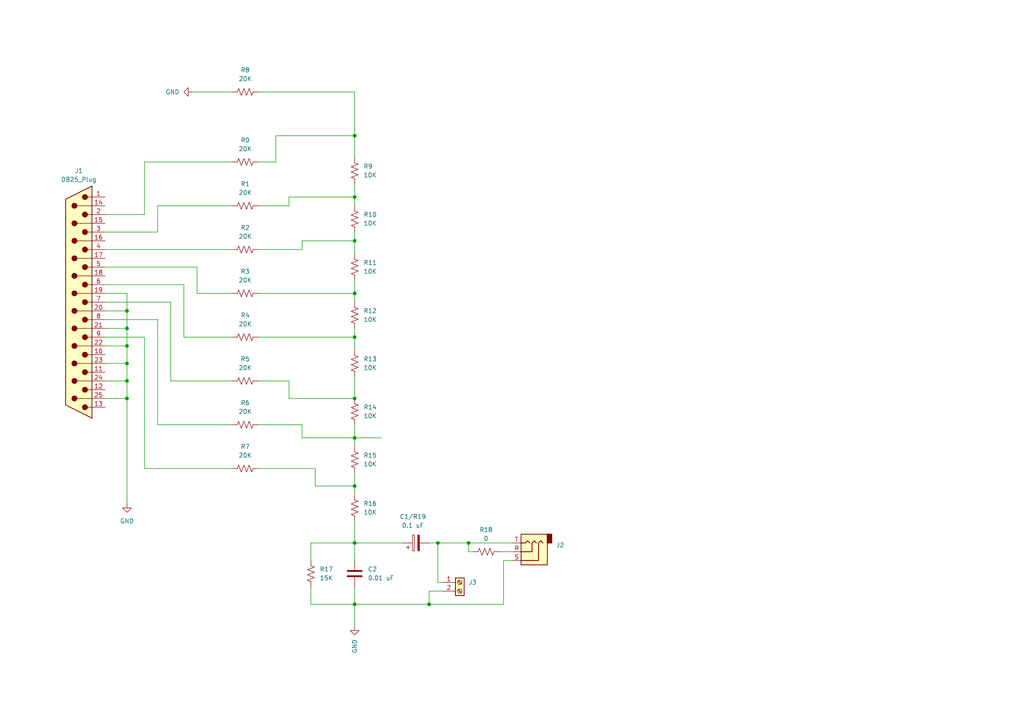
<source format=kicad_sch>
(kicad_sch (version 20230121) (generator eeschema)
  (paper "A4")
  (lib_symbols
    (symbol "Connector:DB25_Plug" (pin_names (offset 1.016) hide)
      (property "Reference" "J" (at 0 34.29 0))
      (property "Value" "DB25_Plug" (at 0 -34.925 0))
      (symbol "DB25_Plug_0_1"
        (circle (center -1.778 -30.48) (radius 0.762) (fill (type outline)))
        (circle (center -1.778 -25.4) (radius 0.762) (fill (type outline)))
        (circle (center -1.778 -20.32) (radius 0.762) (fill (type outline)))
        (circle (center -1.778 -15.24) (radius 0.762) (fill (type outline)))
        (circle (center -1.778 -10.16) (radius 0.762) (fill (type outline)))
        (circle (center -1.778 -5.08) (radius 0.762) (fill (type outline)))
        (circle (center -1.778 0) (radius 0.762) (fill (type outline)))
        (circle (center -1.778 5.08) (radius 0.762) (fill (type outline)))
        (circle (center -1.778 10.16) (radius 0.762) (fill (type outline)))
        (circle (center -1.778 15.24) (radius 0.762) (fill (type outline)))
        (circle (center -1.778 20.32) (radius 0.762) (fill (type outline)))
        (circle (center -1.778 25.4) (radius 0.762) (fill (type outline)))
        (circle (center -1.778 30.48) (radius 0.762) (fill (type outline)))
        (polyline (pts (xy -3.81 -30.48) (xy -2.54 -30.48)))
        (polyline (pts (xy -3.81 -27.94) (xy 0.508 -27.94)))
        (polyline (pts (xy -3.81 -25.4) (xy -2.54 -25.4)))
        (polyline (pts (xy -3.81 -22.86) (xy 0.508 -22.86)))
        (polyline (pts (xy -3.81 -20.32) (xy -2.54 -20.32)))
        (polyline (pts (xy -3.81 -17.78) (xy 0.508 -17.78)))
        (polyline (pts (xy -3.81 -15.24) (xy -2.54 -15.24)))
        (polyline (pts (xy -3.81 -12.7) (xy 0.508 -12.7)))
        (polyline (pts (xy -3.81 -10.16) (xy -2.54 -10.16)))
        (polyline (pts (xy -3.81 -7.62) (xy 0.508 -7.62)))
        (polyline (pts (xy -3.81 -5.08) (xy -2.54 -5.08)))
        (polyline (pts (xy -3.81 -2.54) (xy 0.508 -2.54)))
        (polyline (pts (xy -3.81 0) (xy -2.54 0)))
        (polyline (pts (xy -3.81 2.54) (xy 0.508 2.54)))
        (polyline (pts (xy -3.81 5.08) (xy -2.54 5.08)))
        (polyline (pts (xy -3.81 7.62) (xy 0.508 7.62)))
        (polyline (pts (xy -3.81 10.16) (xy -2.54 10.16)))
        (polyline (pts (xy -3.81 12.7) (xy 0.508 12.7)))
        (polyline (pts (xy -3.81 15.24) (xy -2.54 15.24)))
        (polyline (pts (xy -3.81 17.78) (xy 0.508 17.78)))
        (polyline (pts (xy -3.81 20.32) (xy -2.54 20.32)))
        (polyline (pts (xy -3.81 22.86) (xy 0.508 22.86)))
        (polyline (pts (xy -3.81 25.4) (xy -2.54 25.4)))
        (polyline (pts (xy -3.81 27.94) (xy 0.508 27.94)))
        (polyline (pts (xy -3.81 30.48) (xy -2.54 30.48)))
        (polyline (pts (xy -3.81 -33.655) (xy 3.81 -29.845) (xy 3.81 29.845) (xy -3.81 33.655) (xy -3.81 -33.655)) (stroke (width 0.254)) (fill (type background)))
        (circle (center 1.27 -27.94) (radius 0.762) (fill (type outline)))
        (circle (center 1.27 -22.86) (radius 0.762) (fill (type outline)))
        (circle (center 1.27 -17.78) (radius 0.762) (fill (type outline)))
        (circle (center 1.27 -12.7) (radius 0.762) (fill (type outline)))
        (circle (center 1.27 -7.62) (radius 0.762) (fill (type outline)))
        (circle (center 1.27 -2.54) (radius 0.762) (fill (type outline)))
        (circle (center 1.27 2.54) (radius 0.762) (fill (type outline)))
        (circle (center 1.27 7.62) (radius 0.762) (fill (type outline)))
        (circle (center 1.27 12.7) (radius 0.762) (fill (type outline)))
        (circle (center 1.27 17.78) (radius 0.762) (fill (type outline)))
        (circle (center 1.27 22.86) (radius 0.762) (fill (type outline)))
        (circle (center 1.27 27.94) (radius 0.762) (fill (type outline)))
      )
      (symbol "DB25_Plug_1_1"
        (pin passive line (at -7.62 -30.48 0) (length 3.81) (name "1") (number "1"))
        (pin passive line (at -7.62 15.24 0) (length 3.81) (name "10") (number "10"))
        (pin passive line (at -7.62 20.32 0) (length 3.81) (name "11") (number "11"))
        (pin passive line (at -7.62 25.4 0) (length 3.81) (name "12") (number "12"))
        (pin passive line (at -7.62 30.48 0) (length 3.81) (name "13") (number "13"))
        (pin passive line (at -7.62 -27.94 0) (length 3.81) (name "P14") (number "14"))
        (pin passive line (at -7.62 -22.86 0) (length 3.81) (name "P15") (number "15"))
        (pin passive line (at -7.62 -17.78 0) (length 3.81) (name "P16") (number "16"))
        (pin passive line (at -7.62 -12.7 0) (length 3.81) (name "P17") (number "17"))
        (pin passive line (at -7.62 -7.62 0) (length 3.81) (name "P18") (number "18"))
        (pin passive line (at -7.62 -2.54 0) (length 3.81) (name "P19") (number "19"))
        (pin passive line (at -7.62 -25.4 0) (length 3.81) (name "2") (number "2"))
        (pin passive line (at -7.62 2.54 0) (length 3.81) (name "P20") (number "20"))
        (pin passive line (at -7.62 7.62 0) (length 3.81) (name "P21") (number "21"))
        (pin passive line (at -7.62 12.7 0) (length 3.81) (name "P22") (number "22"))
        (pin passive line (at -7.62 17.78 0) (length 3.81) (name "P23") (number "23"))
        (pin passive line (at -7.62 22.86 0) (length 3.81) (name "P24") (number "24"))
        (pin passive line (at -7.62 27.94 0) (length 3.81) (name "P25") (number "25"))
        (pin passive line (at -7.62 -20.32 0) (length 3.81) (name "3") (number "3"))
        (pin passive line (at -7.62 -15.24 0) (length 3.81) (name "4") (number "4"))
        (pin passive line (at -7.62 -10.16 0) (length 3.81) (name "5") (number "5"))
        (pin passive line (at -7.62 -5.08 0) (length 3.81) (name "6") (number "6"))
        (pin passive line (at -7.62 0 0) (length 3.81) (name "7") (number "7"))
        (pin passive line (at -7.62 5.08 0) (length 3.81) (name "8") (number "8"))
        (pin passive line (at -7.62 10.16 0) (length 3.81) (name "9") (number "9"))
      )
    )
    (symbol "Connector:Screw_Terminal_01x02" (pin_names (offset 1.016) hide)
      (property "Reference" "J" (at 0 2.54 0))
      (property "Value" "Screw_Terminal_01x02" (at 0 -5.08 0))
      (symbol "Screw_Terminal_01x02_1_1"
        (rectangle (start -1.27 1.27) (end 1.27 -3.81) (stroke (width 0.254)) (fill (type background)))
        (circle (center 0 -2.54) (radius 0.635) (stroke (width 0.1524)))
        (polyline (pts (xy -0.5334 -2.2098) (xy 0.3302 -3.048)) (stroke (width 0.1524)))
        (polyline (pts (xy -0.5334 0.3302) (xy 0.3302 -0.508)) (stroke (width 0.1524)))
        (polyline (pts (xy -0.3556 -2.032) (xy 0.508 -2.8702)) (stroke (width 0.1524)))
        (polyline (pts (xy -0.3556 0.508) (xy 0.508 -0.3302)) (stroke (width 0.1524)))
        (circle (center 0 0) (radius 0.635) (stroke (width 0.1524)))
        (pin passive line (at -5.08 0 0) (length 3.81) (name "Pin_1") (number "1"))
        (pin passive line (at -5.08 -2.54 0) (length 3.81) (name "Pin_2") (number "2"))
      )
    )
    (symbol "Connector_Audio:AudioJack3"
      (property "Reference" "J" (at 0 8.89 0))
      (property "Value" "AudioJack3" (at 0 6.35 0))
      (symbol "AudioJack3_0_1"
        (rectangle (start -5.08 -5.08) (end -6.35 -2.54) (stroke (width 0.254)) (fill (type outline)))
        (polyline (pts (xy 0 -2.54) (xy 0.635 -3.175) (xy 1.27 -2.54) (xy 2.54 -2.54)) (stroke (width 0.254)))
        (polyline (pts (xy -1.905 -2.54) (xy -1.27 -3.175) (xy -0.635 -2.54) (xy -0.635 0) (xy 2.54 0)) (stroke (width 0.254)))
        (polyline (pts (xy 2.54 2.54) (xy -2.54 2.54) (xy -2.54 -2.54) (xy -3.175 -3.175) (xy -3.81 -2.54)) (stroke (width 0.254)))
        (rectangle (start 2.54 3.81) (end -5.08 -5.08) (stroke (width 0.254)) (fill (type background)))
      )
      (symbol "AudioJack3_1_1"
        (pin passive line (at 5.08 0 180) (length 2.54) (name "~") (number "R"))
        (pin passive line (at 5.08 2.54 180) (length 2.54) (name "~") (number "S"))
        (pin passive line (at 5.08 -2.54 180) (length 2.54) (name "~") (number "T"))
      )
    )
    (symbol "Device:C" (pin_numbers hide) (pin_names (offset 0.254))
      (property "Reference" "C" (at 0.635 2.54 0))
      (property "Value" "C" (at 0.635 -2.54 0))
      (symbol "C_0_1"
        (polyline (pts (xy -2.032 -0.762) (xy 2.032 -0.762)) (stroke (width 0.508)))
        (polyline (pts (xy -2.032 0.762) (xy 2.032 0.762)) (stroke (width 0.508)))
      )
      (symbol "C_1_1"
        (pin passive line (at 0 3.81 270) (length 2.794) (name "~") (number "1"))
        (pin passive line (at 0 -3.81 90) (length 2.794) (name "~") (number "2"))
      )
    )
    (symbol "Device:C_Polarized" (pin_numbers hide) (pin_names (offset 0.254))
      (property "Reference" "C" (at 0.635 2.54 0))
      (property "Value" "C_Polarized" (at 0.635 -2.54 0))
      (symbol "C_Polarized_0_1"
        (rectangle (start -2.286 0.508) (end 2.286 1.016))
        (polyline (pts (xy -1.778 2.286) (xy -0.762 2.286)))
        (polyline (pts (xy -1.27 2.794) (xy -1.27 1.778)))
        (rectangle (start 2.286 -0.508) (end -2.286 -1.016) (fill (type outline)))
      )
      (symbol "C_Polarized_1_1"
        (pin passive line (at 0 3.81 270) (length 2.794) (name "~") (number "1"))
        (pin passive line (at 0 -3.81 90) (length 2.794) (name "~") (number "2"))
      )
    )
    (symbol "Device:R_US" (pin_numbers hide) (pin_names (offset 0))
      (property "Reference" "R" (at 2.54 0 90))
      (property "Value" "R_US" (at -2.54 0 90))
      (symbol "R_US_0_1"
        (polyline (pts (xy 0 -2.286) (xy 0 -2.54)))
        (polyline (pts (xy 0 2.286) (xy 0 2.54)))
        (polyline (pts (xy 0 -0.762) (xy 1.016 -1.143) (xy 0 -1.524) (xy -1.016 -1.905) (xy 0 -2.286)))
        (polyline (pts (xy 0 0.762) (xy 1.016 0.381) (xy 0 0) (xy -1.016 -0.381) (xy 0 -0.762)))
        (polyline (pts (xy 0 2.286) (xy 1.016 1.905) (xy 0 1.524) (xy -1.016 1.143) (xy 0 0.762)))
      )
      (symbol "R_US_1_1"
        (pin passive line (at 0 3.81 270) (length 1.27) (name "~") (number "1"))
        (pin passive line (at 0 -3.81 90) (length 1.27) (name "~") (number "2"))
      )
    )
    (symbol "power:GND" (power) (pin_names (offset 0))
      (property "Value" "GND" (at 0 -3.81 0))
      (symbol "GND_0_1"
        (polyline (pts (xy 0 0) (xy 0 -1.27) (xy 1.27 -1.27) (xy 0 -2.54) (xy -1.27 -1.27) (xy 0 -1.27)))
      )
      (symbol "GND_1_1"
        (pin power_in line (at 0 0 270) (length 0) hide (name "GND") (number "1"))
      )
    )
  )
  (junction (at 102.87 85.09))
  (junction (at 36.83 115.57))
  (junction (at 102.87 140.97))
  (junction (at 102.87 157.48))
  (junction (at 102.87 57.15))
  (junction (at 36.83 95.25))
  (junction (at 36.83 110.49))
  (junction (at 36.83 105.41))
  (junction (at 102.87 69.85))
  (junction (at 135.89 157.48))
  (junction (at 36.83 100.33))
  (junction (at 127 157.48))
  (junction (at 102.87 115.57))
  (junction (at 102.87 175.26))
  (junction (at 102.87 97.79))
  (junction (at 36.83 90.17))
  (junction (at 124.46 175.26))
  (junction (at 102.87 127))
  (junction (at 102.87 39.37))
  (wire (pts (xy 128.27 168.91) (xy 127 168.91)))
  (wire (pts (xy 36.83 85.09) (xy 36.83 90.17)))
  (wire (pts (xy 36.83 110.49) (xy 36.83 115.57)))
  (wire (pts (xy 102.87 127) (xy 102.87 129.54)))
  (wire (pts (xy 90.17 170.18) (xy 90.17 175.26)))
  (wire (pts (xy 91.44 135.89) (xy 74.93 135.89)))
  (wire (pts (xy 67.31 97.79) (xy 53.34 97.79)))
  (wire (pts (xy 102.87 157.48) (xy 102.87 162.56)))
  (wire (pts (xy 36.83 100.33) (xy 36.83 105.41)))
  (wire (pts (xy 102.87 85.09) (xy 102.87 87.63)))
  (wire (pts (xy 30.48 90.17) (xy 36.83 90.17)))
  (wire (pts (xy 102.87 95.25) (xy 102.87 97.79)))
  (wire (pts (xy 67.31 135.89) (xy 41.91 135.89)))
  (wire (pts (xy 137.16 160.02) (xy 135.89 160.02)))
  (wire (pts (xy 30.48 110.49) (xy 36.83 110.49)))
  (wire (pts (xy 90.17 157.48) (xy 102.87 157.48)))
  (wire (pts (xy 127 168.91) (xy 127 157.48)))
  (wire (pts (xy 55.88 26.67) (xy 67.31 26.67)))
  (wire (pts (xy 67.31 110.49) (xy 49.53 110.49)))
  (wire (pts (xy 102.87 67.31) (xy 102.87 69.85)))
  (wire (pts (xy 41.91 97.79) (xy 30.48 97.79)))
  (wire (pts (xy 124.46 157.48) (xy 127 157.48)))
  (wire (pts (xy 124.46 171.45) (xy 124.46 175.26)))
  (wire (pts (xy 87.63 69.85) (xy 87.63 72.39)))
  (wire (pts (xy 148.59 162.56) (xy 146.05 162.56)))
  (wire (pts (xy 45.72 67.31) (xy 30.48 67.31)))
  (wire (pts (xy 102.87 69.85) (xy 87.63 69.85)))
  (wire (pts (xy 80.01 46.99) (xy 74.93 46.99)))
  (wire (pts (xy 67.31 46.99) (xy 41.91 46.99)))
  (wire (pts (xy 67.31 59.69) (xy 45.72 59.69)))
  (wire (pts (xy 83.82 115.57) (xy 102.87 115.57)))
  (wire (pts (xy 146.05 175.26) (xy 124.46 175.26)))
  (wire (pts (xy 102.87 151.13) (xy 102.87 157.48)))
  (wire (pts (xy 36.83 105.41) (xy 36.83 110.49)))
  (wire (pts (xy 80.01 39.37) (xy 102.87 39.37)))
  (wire (pts (xy 83.82 110.49) (xy 83.82 115.57)))
  (wire (pts (xy 110.49 127) (xy 102.87 127)))
  (wire (pts (xy 102.87 45.72) (xy 102.87 39.37)))
  (wire (pts (xy 41.91 62.23) (xy 41.91 46.99)))
  (wire (pts (xy 146.05 162.56) (xy 146.05 175.26)))
  (wire (pts (xy 49.53 87.63) (xy 30.48 87.63)))
  (wire (pts (xy 30.48 95.25) (xy 36.83 95.25)))
  (wire (pts (xy 135.89 157.48) (xy 148.59 157.48)))
  (wire (pts (xy 53.34 97.79) (xy 53.34 82.55)))
  (wire (pts (xy 45.72 92.71) (xy 30.48 92.71)))
  (wire (pts (xy 30.48 85.09) (xy 36.83 85.09)))
  (wire (pts (xy 102.87 157.48) (xy 116.84 157.48)))
  (wire (pts (xy 67.31 85.09) (xy 57.15 85.09)))
  (wire (pts (xy 74.93 85.09) (xy 102.87 85.09)))
  (wire (pts (xy 102.87 97.79) (xy 102.87 101.6)))
  (wire (pts (xy 36.83 90.17) (xy 36.83 95.25)))
  (wire (pts (xy 102.87 53.34) (xy 102.87 57.15)))
  (wire (pts (xy 91.44 140.97) (xy 91.44 135.89)))
  (wire (pts (xy 102.87 109.22) (xy 102.87 115.57)))
  (wire (pts (xy 83.82 110.49) (xy 74.93 110.49)))
  (wire (pts (xy 83.82 57.15) (xy 102.87 57.15)))
  (wire (pts (xy 74.93 72.39) (xy 87.63 72.39)))
  (wire (pts (xy 74.93 97.79) (xy 102.87 97.79)))
  (wire (pts (xy 36.83 95.25) (xy 36.83 100.33)))
  (wire (pts (xy 102.87 39.37) (xy 102.87 26.67)))
  (wire (pts (xy 45.72 67.31) (xy 45.72 59.69)))
  (wire (pts (xy 102.87 123.19) (xy 102.87 127)))
  (wire (pts (xy 83.82 59.69) (xy 83.82 57.15)))
  (wire (pts (xy 90.17 175.26) (xy 102.87 175.26)))
  (wire (pts (xy 67.31 123.19) (xy 45.72 123.19)))
  (wire (pts (xy 36.83 115.57) (xy 36.83 146.05)))
  (wire (pts (xy 135.89 160.02) (xy 135.89 157.48)))
  (wire (pts (xy 30.48 115.57) (xy 36.83 115.57)))
  (wire (pts (xy 144.78 160.02) (xy 148.59 160.02)))
  (wire (pts (xy 102.87 81.28) (xy 102.87 85.09)))
  (wire (pts (xy 124.46 175.26) (xy 102.87 175.26)))
  (wire (pts (xy 53.34 82.55) (xy 30.48 82.55)))
  (wire (pts (xy 102.87 57.15) (xy 102.87 59.69)))
  (wire (pts (xy 57.15 77.47) (xy 30.48 77.47)))
  (wire (pts (xy 30.48 72.39) (xy 67.31 72.39)))
  (wire (pts (xy 45.72 123.19) (xy 45.72 92.71)))
  (wire (pts (xy 49.53 110.49) (xy 49.53 87.63)))
  (wire (pts (xy 74.93 59.69) (xy 83.82 59.69)))
  (wire (pts (xy 102.87 140.97) (xy 102.87 143.51)))
  (wire (pts (xy 30.48 100.33) (xy 36.83 100.33)))
  (wire (pts (xy 87.63 127) (xy 87.63 123.19)))
  (wire (pts (xy 87.63 127) (xy 102.87 127)))
  (wire (pts (xy 41.91 62.23) (xy 30.48 62.23)))
  (wire (pts (xy 57.15 85.09) (xy 57.15 77.47)))
  (wire (pts (xy 91.44 140.97) (xy 102.87 140.97)))
  (wire (pts (xy 30.48 105.41) (xy 36.83 105.41)))
  (wire (pts (xy 102.87 170.18) (xy 102.87 175.26)))
  (wire (pts (xy 127 157.48) (xy 135.89 157.48)))
  (wire (pts (xy 90.17 162.56) (xy 90.17 157.48)))
  (wire (pts (xy 102.87 175.26) (xy 102.87 181.61)))
  (wire (pts (xy 80.01 39.37) (xy 80.01 46.99)))
  (wire (pts (xy 102.87 137.16) (xy 102.87 140.97)))
  (wire (pts (xy 41.91 135.89) (xy 41.91 97.79)))
  (wire (pts (xy 74.93 26.67) (xy 102.87 26.67)))
  (wire (pts (xy 102.87 69.85) (xy 102.87 73.66)))
  (wire (pts (xy 128.27 171.45) (xy 124.46 171.45)))
  (wire (pts (xy 87.63 123.19) (xy 74.93 123.19)))
  (symbol (lib_id "Connector:DB25_Plug") (at 22.86 87.63 180) (unit 1)
    (property "Reference" "J1" (at 22.86 49.53 0))
    (property "Value" "DB25_Plug" (at 22.86 52.07 0))
    (property "Footprint" "Connector_Dsub:DSUB-25_Male_EdgeMount_P2.77mm" (effects hide))
    (property "Datasheet" " ~" (effects hide))
  )
  (symbol (lib_id "Device:R_US") (at 71.12 59.69 90) (unit 1)
    (property "Reference" "R1" (at 71.12 53.34 90))
    (property "Value" "20K" (at 71.12 55.88 90))
    (property "Footprint" "Resistor_SMD:R_0805_2012Metric" (effects hide))
  )
  (symbol (lib_id "Device:R_US") (at 71.12 123.19 90) (unit 1)
    (property "Reference" "R6" (at 71.12 116.84 90))
    (property "Value" "20K" (at 71.12 119.38 90))
    (property "Footprint" "Resistor_SMD:R_0805_2012Metric" (effects hide))
  )
  (symbol (lib_id "Device:R_US") (at 71.12 110.49 90) (unit 1)
    (property "Reference" "R5" (at 71.12 104.14 90))
    (property "Value" "20K" (at 71.12 106.68 90))
    (property "Footprint" "Resistor_SMD:R_0805_2012Metric" (effects hide))
  )
  (symbol (lib_id "Device:R_US") (at 102.87 91.44 180) (unit 1)
    (property "Reference" "R12" (at 105.41 90.17 0) (effects (justify right)))
    (property "Value" "10K" (at 105.41 92.71 0) (effects (justify right)))
    (property "Footprint" "Resistor_SMD:R_0805_2012Metric" (effects hide))
  )
  (symbol (lib_id "Connector_Audio:AudioJack3") (at 153.67 160.02 180) (unit 1)
    (property "Reference" "J2" (at 161.29 158.115 0) (effects (justify right)))
    (property "Value" "AudioJack3" (effects hide))
    (property "Footprint" "Connector_Audio:Jack_3.5mm_CUI_SJ-3523-SMT_Horizontal" (effects hide))
  )
  (symbol (lib_id "Device:R_US") (at 102.87 133.35 180) (unit 1)
    (property "Reference" "R15" (at 105.41 132.08 0) (effects (justify right)))
    (property "Value" "10K" (at 105.41 134.62 0) (effects (justify right)))
    (property "Footprint" "Resistor_SMD:R_0805_2012Metric" (effects hide))
  )
  (symbol (lib_id "Device:C") (at 102.87 166.37 0) (unit 1)
    (property "Reference" "C2" (at 106.68 165.1 0) (effects (justify left)))
    (property "Value" "0.01 uF" (at 106.68 167.64 0) (effects (justify left)))
    (property "Footprint" "Capacitor_SMD:C_0805_2012Metric_Pad1.18x1.45mm_HandSolder" (effects hide))
  )
  (symbol (lib_id "power:GND") (at 102.87 181.61 0) (unit 1)
    (property "Reference" "#PWR02" (effects hide))
    (property "Value" "GND" (at 102.87 185.42 90) (effects (justify right)))
  )
  (symbol (lib_id "Device:R_US") (at 102.87 77.47 180) (unit 1)
    (property "Reference" "R11" (at 105.41 76.2 0) (effects (justify right)))
    (property "Value" "10K" (at 105.41 78.74 0) (effects (justify right)))
    (property "Footprint" "Resistor_SMD:R_0805_2012Metric" (effects hide))
  )
  (symbol (lib_id "Connector:Screw_Terminal_01x02") (at 133.35 168.91 0) (unit 1)
    (property "Reference" "J3" (at 135.89 168.91 0) (effects (justify left)))
    (property "Value" "Connector" (effects hide))
    (property "Footprint" "Connector_Wire:SolderWire-0.75sqmm_1x02_P4.8mm_D1.25mm_OD2.3mm" (effects hide))
  )
  (symbol (lib_id "Device:R_US") (at 102.87 105.41 180) (unit 1)
    (property "Reference" "R13" (at 105.41 104.14 0) (effects (justify right)))
    (property "Value" "10K" (at 105.41 106.68 0) (effects (justify right)))
    (property "Footprint" "Resistor_SMD:R_0805_2012Metric" (effects hide))
  )
  (symbol (lib_id "Device:R_US") (at 71.12 135.89 90) (unit 1)
    (property "Reference" "R7" (at 71.12 129.54 90))
    (property "Value" "20K" (at 71.12 132.08 90))
    (property "Footprint" "Resistor_SMD:R_0805_2012Metric" (effects hide))
  )
  (symbol (lib_id "Device:R_US") (at 102.87 63.5 180) (unit 1)
    (property "Reference" "R10" (at 105.41 62.23 0) (effects (justify right)))
    (property "Value" "10K" (at 105.41 64.77 0) (effects (justify right)))
    (property "Footprint" "Resistor_SMD:R_0805_2012Metric" (effects hide))
  )
  (symbol (lib_id "Device:R_US") (at 71.12 97.79 90) (unit 1)
    (property "Reference" "R4" (at 71.12 91.44 90))
    (property "Value" "20K" (at 71.12 93.98 90))
    (property "Footprint" "Resistor_SMD:R_0805_2012Metric" (effects hide))
  )
  (symbol (lib_id "Device:R_US") (at 71.12 72.39 90) (unit 1)
    (property "Reference" "R2" (at 71.12 66.04 90))
    (property "Value" "20K" (at 71.12 68.58 90))
    (property "Footprint" "Resistor_SMD:R_0805_2012Metric" (effects hide))
  )
  (symbol (lib_id "Device:R_US") (at 71.12 85.09 90) (unit 1)
    (property "Reference" "R3" (at 71.12 78.74 90))
    (property "Value" "20K" (at 71.12 81.28 90))
    (property "Footprint" "Resistor_SMD:R_0805_2012Metric" (effects hide))
  )
  (symbol (lib_id "power:GND") (at 36.83 146.05 0) (unit 1)
    (property "Reference" "#PWR03" (effects hide))
    (property "Value" "GND" (at 36.83 151.13 0))
  )
  (symbol (lib_id "Device:R_US") (at 140.97 160.02 270) (unit 1)
    (property "Reference" "R18" (at 140.97 153.67 90))
    (property "Value" "0" (at 140.97 156.21 90))
    (property "Footprint" "Resistor_SMD:R_0805_2012Metric" (effects hide))
  )
  (symbol (lib_id "Device:R_US") (at 102.87 147.32 180) (unit 1)
    (property "Reference" "R16" (at 105.41 146.05 0) (effects (justify right)))
    (property "Value" "10K" (at 105.41 148.59 0) (effects (justify right)))
    (property "Footprint" "Resistor_SMD:R_0805_2012Metric" (effects hide))
  )
  (symbol (lib_id "Device:R_US") (at 102.87 49.53 180) (unit 1)
    (property "Reference" "R9" (at 105.41 48.26 0) (effects (justify right)))
    (property "Value" "10K" (at 105.41 50.8 0) (effects (justify right)))
    (property "Footprint" "Resistor_SMD:R_0805_2012Metric" (effects hide))
  )
  (symbol (lib_id "Device:R_US") (at 71.12 26.67 90) (unit 1)
    (property "Reference" "R8" (at 71.12 20.32 90))
    (property "Value" "20K" (at 71.12 22.86 90))
    (property "Footprint" "Resistor_SMD:R_0805_2012Metric" (effects hide))
  )
  (symbol (lib_id "Device:R_US") (at 102.87 119.38 180) (unit 1)
    (property "Reference" "R14" (at 105.41 118.11 0) (effects (justify right)))
    (property "Value" "10K" (at 105.41 120.65 0) (effects (justify right)))
    (property "Footprint" "Resistor_SMD:R_0805_2012Metric" (effects hide))
  )
  (symbol (lib_id "power:GND") (at 55.88 26.67 270) (unit 1)
    (property "Reference" "#PWR01" (effects hide))
    (property "Value" "GND" (at 52.07 26.67 90) (effects (justify right)))
  )
  (symbol (lib_id "Device:C_Polarized") (at 120.65 157.48 90) (unit 1)
    (property "Reference" "C1/R19" (at 119.761 149.86 90))
    (property "Value" "0.1 uF" (at 119.761 152.4 90))
    (property "Footprint" "Capacitor_Tantalum_SMD:CP_EIA-3216-10_Kemet-I_Pad1.58x1.35mm_HandSolder" (effects hide))
  )
  (symbol (lib_id "Device:R_US") (at 90.17 166.37 180) (unit 1)
    (property "Reference" "R17" (at 92.71 165.1 0) (effects (justify right)))
    (property "Value" "15K" (at 92.71 167.64 0) (effects (justify right)))
    (property "Footprint" "Resistor_SMD:R_0805_2012Metric" (effects hide))
  )
  (symbol (lib_id "Device:R_US") (at 71.12 46.99 90) (unit 1)
    (property "Reference" "R0" (at 71.12 40.64 90))
    (property "Value" "20K" (at 71.12 43.18 90))
    (property "Footprint" "Resistor_SMD:R_0805_2012Metric" (effects hide))
  )
)
</source>
